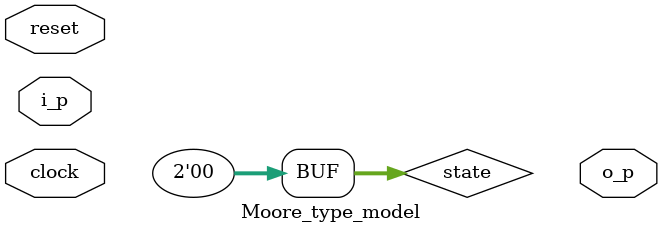
<source format=v>
module Moore_type_model(clock,reset,i_p,o_p);
input   clock,reset;
input  i_p;
output reg o_p;
reg[1:0]state;
reg[1:0]next_state;
always @ (clock)
begin
  if(reset)
  begin
  state=2'b00;
  end
  else
  begin
case(state)
   2'b00 : if (i_p == 1'b1) begin
                state <= 2'b01;
                o_p<=0;
              end
              else begin
                state <= 2'b00;
                o_p<=0;
              end
   2'b01 : if (i_p == 1'b1) begin
                state <= 2'b01;
                o_p<=0;
          end
          else begin
            state <= 2'b10;
            o_p<=0;
            //$display(i_p);
          end
   2'b10 : if (i_p == 1'b1) begin
                state <= 2'b11;
                o_p<=0;
              end
              else begin
                state <= 2'b00;
                o_p<=0;
              end
    2'b11 : if (i_p == 1'b1) begin
                state <= 2'b01;
                o_p<=0;
              end
              else begin
                state <= 2'b10;
                o_p<=1;
              end
   default : state <= 2'b00;
  endcase
  end
end

endmodule
</source>
